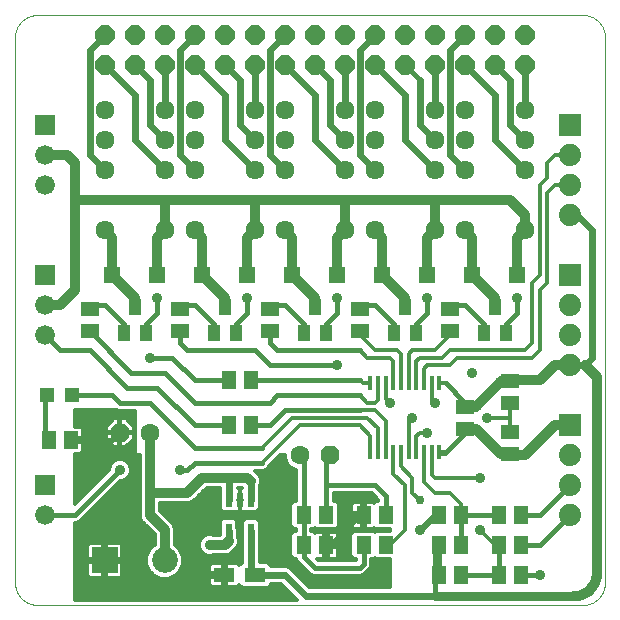
<source format=gtl>
G75*
%MOIN*%
%OFA0B0*%
%FSLAX24Y24*%
%IPPOS*%
%LPD*%
%AMOC8*
5,1,8,0,0,1.08239X$1,22.5*
%
%ADD10C,0.0000*%
%ADD11R,0.0118X0.0472*%
%ADD12R,0.0472X0.0472*%
%ADD13R,0.0512X0.0591*%
%ADD14R,0.0591X0.0512*%
%ADD15R,0.0740X0.0740*%
%ADD16C,0.0740*%
%ADD17R,0.0860X0.0860*%
%ADD18C,0.0860*%
%ADD19OC8,0.0630*%
%ADD20C,0.0630*%
%ADD21R,0.0217X0.0472*%
%ADD22R,0.0709X0.0492*%
%ADD23C,0.0634*%
%ADD24OC8,0.0640*%
%ADD25R,0.0394X0.0551*%
%ADD26R,0.0551X0.0551*%
%ADD27R,0.0660X0.0660*%
%ADD28C,0.0660*%
%ADD29C,0.0300*%
%ADD30C,0.0160*%
%ADD31C,0.0356*%
%ADD32C,0.0320*%
%ADD33C,0.0120*%
%ADD34C,0.0240*%
%ADD35C,0.0300*%
D10*
X000550Y001033D02*
X000550Y019144D01*
X000552Y019198D01*
X000557Y019251D01*
X000566Y019304D01*
X000579Y019356D01*
X000595Y019408D01*
X000615Y019458D01*
X000638Y019506D01*
X000665Y019553D01*
X000694Y019598D01*
X000727Y019641D01*
X000762Y019681D01*
X000800Y019719D01*
X000840Y019754D01*
X000883Y019787D01*
X000928Y019816D01*
X000975Y019843D01*
X001023Y019866D01*
X001073Y019886D01*
X001125Y019902D01*
X001177Y019915D01*
X001230Y019924D01*
X001283Y019929D01*
X001337Y019931D01*
X019448Y019931D01*
X019502Y019929D01*
X019555Y019924D01*
X019608Y019915D01*
X019660Y019902D01*
X019712Y019886D01*
X019762Y019866D01*
X019810Y019843D01*
X019857Y019816D01*
X019902Y019787D01*
X019945Y019754D01*
X019985Y019719D01*
X020023Y019681D01*
X020058Y019641D01*
X020091Y019598D01*
X020120Y019553D01*
X020147Y019506D01*
X020170Y019458D01*
X020190Y019408D01*
X020206Y019356D01*
X020219Y019304D01*
X020228Y019251D01*
X020233Y019198D01*
X020235Y019144D01*
X020235Y001033D01*
X020233Y000979D01*
X020228Y000926D01*
X020219Y000873D01*
X020206Y000821D01*
X020190Y000769D01*
X020170Y000719D01*
X020147Y000671D01*
X020120Y000624D01*
X020091Y000579D01*
X020058Y000536D01*
X020023Y000496D01*
X019985Y000458D01*
X019945Y000423D01*
X019902Y000390D01*
X019857Y000361D01*
X019810Y000334D01*
X019762Y000311D01*
X019712Y000291D01*
X019660Y000275D01*
X019608Y000262D01*
X019555Y000253D01*
X019502Y000248D01*
X019448Y000246D01*
X001337Y000246D01*
X001283Y000248D01*
X001230Y000253D01*
X001177Y000262D01*
X001125Y000275D01*
X001073Y000291D01*
X001023Y000311D01*
X000975Y000334D01*
X000928Y000361D01*
X000883Y000390D01*
X000840Y000423D01*
X000800Y000458D01*
X000762Y000496D01*
X000727Y000536D01*
X000694Y000579D01*
X000665Y000624D01*
X000638Y000671D01*
X000615Y000719D01*
X000595Y000769D01*
X000579Y000821D01*
X000566Y000873D01*
X000557Y000926D01*
X000552Y000979D01*
X000550Y001033D01*
D11*
X012398Y005354D03*
X012654Y005354D03*
X012910Y005354D03*
X013166Y005354D03*
X013422Y005354D03*
X013678Y005354D03*
X013934Y005354D03*
X014190Y005354D03*
X014446Y005354D03*
X014702Y005354D03*
X014702Y007638D03*
X014446Y007638D03*
X014190Y007638D03*
X013934Y007638D03*
X013678Y007638D03*
X013422Y007638D03*
X013166Y007638D03*
X012910Y007638D03*
X012654Y007638D03*
X012398Y007638D03*
D12*
X002463Y007246D03*
X001637Y007246D03*
D13*
X001676Y005746D03*
X002424Y005746D03*
X007676Y006246D03*
X008424Y006246D03*
X008424Y007746D03*
X007676Y007746D03*
X010176Y003246D03*
X010924Y003246D03*
X010924Y002246D03*
X010176Y002246D03*
X012176Y002246D03*
X012924Y002246D03*
X012924Y003246D03*
X012176Y003246D03*
X014676Y003246D03*
X015424Y003246D03*
X015424Y002246D03*
X014676Y002246D03*
X014676Y001246D03*
X015424Y001246D03*
X016676Y001246D03*
X017424Y001246D03*
X017424Y002246D03*
X016676Y002246D03*
X016676Y003246D03*
X017424Y003246D03*
D14*
X017050Y005272D03*
X017050Y006020D03*
X017050Y006972D03*
X017050Y007720D03*
X015550Y006870D03*
X015550Y006122D03*
X015050Y009372D03*
X015050Y010120D03*
X012050Y010120D03*
X012050Y009372D03*
X009050Y009372D03*
X009050Y010120D03*
X006050Y010120D03*
X006050Y009372D03*
X003050Y009372D03*
X003050Y010120D03*
D15*
X019050Y011246D03*
X019050Y016246D03*
X019050Y006246D03*
D16*
X019050Y005246D03*
X019050Y004246D03*
X019050Y003246D03*
X019050Y008246D03*
X019050Y009246D03*
X019050Y010246D03*
X019050Y013246D03*
X019050Y014246D03*
X019050Y015246D03*
D17*
X003550Y001746D03*
D18*
X005550Y001746D03*
D19*
X004050Y005996D03*
X011050Y005246D03*
D20*
X010050Y005246D03*
X005050Y005996D03*
D21*
X007676Y003758D03*
X008050Y003758D03*
X008424Y003758D03*
X008424Y002734D03*
X007676Y002734D03*
D22*
X007538Y001246D03*
X008562Y001246D03*
D23*
X008550Y012746D03*
X009550Y012746D03*
X009550Y014746D03*
X009550Y015746D03*
X008550Y015746D03*
X008550Y014746D03*
X008550Y016746D03*
X009550Y016746D03*
X011550Y016746D03*
X012550Y016746D03*
X012550Y015746D03*
X012550Y014746D03*
X011550Y014746D03*
X011550Y015746D03*
X014550Y015746D03*
X014550Y014746D03*
X015550Y014746D03*
X015550Y015746D03*
X015550Y016746D03*
X014550Y016746D03*
X017550Y016746D03*
X017550Y015746D03*
X017550Y014746D03*
X017550Y012746D03*
X015550Y012746D03*
X014550Y012746D03*
X012550Y012746D03*
X011550Y012746D03*
X006550Y012746D03*
X005550Y012746D03*
X003550Y012746D03*
X003550Y014746D03*
X003550Y015746D03*
X003550Y016746D03*
X005550Y016746D03*
X006550Y016746D03*
X006550Y015746D03*
X006550Y014746D03*
X005550Y014746D03*
X005550Y015746D03*
D24*
X005550Y018246D03*
X005550Y019246D03*
X004550Y019246D03*
X003550Y019246D03*
X003550Y018246D03*
X004550Y018246D03*
X006550Y018246D03*
X006550Y019246D03*
X007550Y019246D03*
X008550Y019246D03*
X009550Y019246D03*
X010550Y019246D03*
X011550Y019246D03*
X012550Y019246D03*
X013550Y019246D03*
X014550Y019246D03*
X015550Y019246D03*
X016550Y019246D03*
X017550Y019246D03*
X017550Y018246D03*
X016550Y018246D03*
X015550Y018246D03*
X014550Y018246D03*
X013550Y018246D03*
X012550Y018246D03*
X011550Y018246D03*
X010550Y018246D03*
X009550Y018246D03*
X008550Y018246D03*
X007550Y018246D03*
D25*
X007550Y010179D03*
X007176Y009313D03*
X007924Y009313D03*
X010176Y009313D03*
X010924Y009313D03*
X010550Y010179D03*
X013176Y009313D03*
X013924Y009313D03*
X013550Y010179D03*
X016176Y009313D03*
X016924Y009313D03*
X016550Y010179D03*
X004924Y009313D03*
X004176Y009313D03*
X004550Y010179D03*
D26*
X003802Y011246D03*
X005298Y011246D03*
X006802Y011246D03*
X008298Y011246D03*
X009802Y011246D03*
X011298Y011246D03*
X012802Y011246D03*
X014298Y011246D03*
X015802Y011246D03*
X017298Y011246D03*
D27*
X001550Y011246D03*
X001550Y016246D03*
X001550Y004246D03*
D28*
X001550Y003246D03*
X001550Y009246D03*
X001550Y010246D03*
X001550Y014246D03*
X001550Y015246D03*
D29*
X014050Y003746D03*
X015800Y007996D03*
D30*
X014908Y007638D02*
X015550Y006996D01*
X015550Y006870D01*
X015550Y006122D02*
X015550Y005996D01*
X014908Y005354D01*
X014890Y005336D02*
X014750Y005336D01*
X012924Y003872D02*
X012550Y004246D01*
X010924Y004246D01*
X010924Y005120D01*
X011050Y005246D01*
X010176Y005120D02*
X010050Y005246D01*
X010176Y005120D02*
X010176Y003246D01*
X010176Y002246D01*
X010176Y001870D01*
X010550Y001496D01*
X012050Y001496D01*
X012176Y001622D01*
X012176Y002246D01*
X011550Y002746D02*
X011050Y002246D01*
X011550Y002746D02*
X012050Y003246D01*
X012924Y003246D02*
X012924Y003872D01*
X014550Y002120D02*
X014550Y000546D01*
X014676Y001246D02*
X014676Y002246D01*
X014550Y002120D01*
X015424Y002246D02*
X015424Y003246D01*
X016676Y003246D01*
X017424Y003246D02*
X018050Y003246D01*
X019050Y004246D01*
X019050Y003246D02*
X018050Y002246D01*
X017424Y002246D01*
X016676Y002246D02*
X016676Y001246D01*
X015424Y001246D01*
X017424Y001246D02*
X018050Y001246D01*
X017076Y005246D02*
X017050Y005272D01*
X017050Y007720D02*
X016774Y007720D01*
X017050Y007720D02*
X017076Y007746D01*
X016924Y009313D02*
X016924Y009620D01*
X017300Y009996D01*
X017300Y010496D01*
X016176Y009620D02*
X016176Y009313D01*
X016176Y009620D02*
X015550Y010246D01*
X015176Y010246D01*
X015050Y010120D01*
X014300Y009996D02*
X014300Y010496D01*
X014300Y009996D02*
X013924Y009620D01*
X013924Y009313D01*
X013176Y009313D02*
X013176Y009620D01*
X012550Y010246D01*
X012176Y010246D01*
X012050Y010120D01*
X011300Y009996D02*
X011300Y010496D01*
X011300Y009996D02*
X010924Y009620D01*
X010924Y009313D01*
X010176Y009313D02*
X010176Y009620D01*
X009550Y010246D01*
X009176Y010246D01*
X009050Y010120D01*
X009050Y009372D02*
X009050Y008996D01*
X009300Y008746D01*
X012050Y008746D01*
X011300Y008246D02*
X009050Y008246D01*
X008550Y008746D01*
X006300Y008746D01*
X006050Y008996D01*
X006050Y009372D01*
X006050Y010120D02*
X006176Y010246D01*
X006550Y010246D01*
X007176Y009620D01*
X007176Y009313D01*
X007924Y009313D02*
X007924Y009620D01*
X008300Y009996D01*
X008300Y010496D01*
X005800Y008496D02*
X005050Y008496D01*
X005550Y007996D02*
X004426Y007996D01*
X003050Y009372D01*
X003050Y008746D02*
X002050Y008746D01*
X001550Y009246D01*
X003050Y008746D02*
X004300Y007496D01*
X005300Y007496D01*
X006550Y006246D01*
X007676Y006246D01*
X008424Y006246D02*
X009050Y006246D01*
X009550Y006746D01*
X012050Y006746D01*
X012050Y007246D02*
X009300Y007246D01*
X009050Y006996D01*
X006550Y006996D01*
X005550Y007996D01*
X005800Y008496D02*
X006550Y007746D01*
X007676Y007746D01*
X008424Y007746D02*
X012050Y007746D01*
X008800Y005496D02*
X006550Y005496D01*
X005050Y006996D01*
X004050Y006996D01*
X003800Y007246D01*
X002463Y007246D01*
X001637Y007246D02*
X001550Y007246D01*
X001550Y005872D01*
X001676Y005746D01*
X002424Y005746D02*
X003800Y005746D01*
X004050Y005996D01*
X004050Y004746D02*
X002550Y003246D01*
X001550Y003246D01*
X006050Y004746D02*
X006300Y004746D01*
X006550Y004996D01*
X008800Y004996D01*
X010924Y004246D02*
X010924Y003246D01*
X004924Y009313D02*
X004924Y009620D01*
X005300Y009996D01*
X005300Y010496D01*
X004176Y009620D02*
X003550Y010246D01*
X003176Y010246D01*
X003050Y010120D01*
X004176Y009620D02*
X004176Y009313D01*
X013550Y018246D02*
X014050Y017746D01*
D31*
X014300Y010496D03*
X015800Y007996D03*
X014550Y006996D03*
X013800Y006496D03*
X014300Y005996D03*
X013050Y006996D03*
X011300Y008246D03*
X011300Y010496D03*
X008300Y010496D03*
X005300Y010496D03*
X005050Y008496D03*
X004050Y004746D03*
X004050Y003746D03*
X006050Y004746D03*
X006550Y003246D03*
X007050Y002246D03*
X006550Y000746D03*
X004550Y000746D03*
X009050Y003246D03*
X009550Y004246D03*
X011550Y002746D03*
X012550Y001246D03*
X014050Y002746D03*
X016050Y002746D03*
X016050Y004496D03*
X016300Y006496D03*
X017300Y010496D03*
X009550Y001746D03*
X018050Y001246D03*
D32*
X019200Y000546D02*
X019254Y000548D01*
X019307Y000554D01*
X019359Y000563D01*
X019411Y000576D01*
X019462Y000593D01*
X019512Y000614D01*
X019559Y000638D01*
X019605Y000665D01*
X019649Y000696D01*
X019691Y000729D01*
X019730Y000766D01*
X019767Y000805D01*
X019800Y000847D01*
X019831Y000891D01*
X019858Y000937D01*
X019882Y000984D01*
X019903Y001034D01*
X019920Y001085D01*
X019933Y001137D01*
X019942Y001189D01*
X019948Y001242D01*
X019950Y001296D01*
X019950Y007846D01*
X019550Y008246D01*
X019050Y008246D02*
X018550Y008246D01*
X018050Y007746D01*
X017076Y007746D01*
X016774Y007720D02*
X015924Y006870D01*
X015550Y006870D01*
X015550Y006122D02*
X015924Y006122D01*
X016774Y005272D01*
X017050Y005272D01*
X017076Y005246D02*
X017550Y005246D01*
X018550Y006246D01*
X019050Y006246D01*
X016550Y010179D02*
X016550Y010498D01*
X015802Y011246D01*
X015802Y012494D01*
X015550Y012746D01*
X014550Y012746D02*
X014550Y013746D01*
X017050Y013746D01*
X017550Y013246D01*
X017550Y012746D01*
X017298Y012494D01*
X017298Y011246D01*
X014550Y012746D02*
X014298Y012494D01*
X014298Y011246D01*
X013550Y010498D02*
X012802Y011246D01*
X012802Y012494D01*
X012550Y012746D01*
X011550Y012746D02*
X011550Y013746D01*
X014550Y013746D01*
X011550Y013746D02*
X008550Y013746D01*
X005550Y013746D01*
X005550Y012746D01*
X005298Y012494D01*
X005298Y011246D01*
X004550Y010498D02*
X003802Y011246D01*
X003802Y012494D01*
X003550Y012746D01*
X002550Y013746D02*
X002550Y014996D01*
X002300Y015246D01*
X001550Y015246D01*
X002550Y013746D02*
X002550Y010746D01*
X002050Y010246D01*
X001550Y010246D01*
X004550Y010179D02*
X004550Y010498D01*
X006802Y011246D02*
X007550Y010498D01*
X007550Y010179D01*
X006802Y011246D02*
X006802Y012494D01*
X006550Y012746D01*
X005550Y013746D02*
X002550Y013746D01*
X008298Y012494D02*
X008298Y011246D01*
X008298Y012494D02*
X008550Y012746D01*
X008550Y013746D01*
X009550Y012746D02*
X009802Y012494D01*
X009802Y011246D01*
X010550Y010498D01*
X010550Y010179D01*
X011298Y011246D02*
X011298Y012494D01*
X011550Y012746D01*
X013550Y010498D02*
X013550Y010179D01*
X008300Y004496D02*
X007550Y004496D01*
X006800Y004496D01*
X006300Y003996D01*
X005050Y003996D01*
X005050Y005996D01*
X005050Y003996D02*
X005050Y003246D01*
X005550Y002746D01*
X005550Y001746D01*
X007050Y002246D02*
X007550Y002246D01*
X007676Y002372D01*
X008424Y004372D02*
X008300Y004496D01*
D33*
X008541Y004736D02*
X008852Y004736D01*
X008947Y004776D01*
X009020Y004849D01*
X009040Y004897D01*
X009389Y005246D01*
X009555Y005246D01*
X009555Y005148D01*
X009630Y004966D01*
X009770Y004826D01*
X009916Y004766D01*
X009916Y003721D01*
X009846Y003721D01*
X009740Y003616D01*
X009740Y002876D01*
X009846Y002771D01*
X009916Y002771D01*
X009916Y002721D01*
X009846Y002721D01*
X009740Y002616D01*
X009740Y001876D01*
X009846Y001771D01*
X009936Y001771D01*
X009956Y001723D01*
X010029Y001650D01*
X010403Y001276D01*
X010498Y001236D01*
X012102Y001236D01*
X012197Y001276D01*
X012270Y001349D01*
X012396Y001475D01*
X012436Y001570D01*
X012436Y001771D01*
X012506Y001771D01*
X012550Y001814D01*
X012594Y001771D01*
X013050Y001771D01*
X013050Y000846D01*
X010374Y000846D01*
X009720Y001500D01*
X009610Y001546D01*
X009096Y001546D01*
X009096Y001567D01*
X008991Y001672D01*
X008724Y001672D01*
X008724Y002794D01*
X008712Y002822D01*
X008712Y003045D01*
X008607Y003150D01*
X008241Y003150D01*
X008136Y003045D01*
X008136Y002822D01*
X008124Y002794D01*
X008124Y001663D01*
X008032Y001571D01*
X008021Y001590D01*
X007991Y001620D01*
X007954Y001641D01*
X007914Y001652D01*
X007598Y001652D01*
X007598Y001306D01*
X007478Y001306D01*
X007478Y001186D01*
X007024Y001186D01*
X007024Y000979D01*
X007035Y000938D01*
X007056Y000902D01*
X007086Y000872D01*
X007122Y000851D01*
X007163Y000840D01*
X007478Y000840D01*
X007478Y001186D01*
X007598Y001186D01*
X007598Y000840D01*
X007914Y000840D01*
X007954Y000851D01*
X007991Y000872D01*
X008021Y000902D01*
X008032Y000921D01*
X008133Y000820D01*
X008991Y000820D01*
X009096Y000925D01*
X009096Y000946D01*
X009426Y000946D01*
X009966Y000406D01*
X002550Y000406D01*
X002550Y002986D01*
X002602Y002986D01*
X002697Y003026D01*
X002770Y003099D01*
X004060Y004388D01*
X004121Y004388D01*
X004253Y004442D01*
X004354Y004543D01*
X004408Y004675D01*
X004408Y004817D01*
X004354Y004949D01*
X004253Y005050D01*
X004121Y005104D01*
X003979Y005104D01*
X003847Y005050D01*
X003746Y004949D01*
X003692Y004817D01*
X003692Y004756D01*
X002550Y003614D01*
X002550Y005291D01*
X002701Y005291D01*
X002742Y005302D01*
X002778Y005323D01*
X002808Y005352D01*
X002829Y005389D01*
X002840Y005430D01*
X002840Y005686D01*
X002550Y005686D01*
X002550Y005806D01*
X002840Y005806D01*
X002840Y006062D01*
X002829Y006103D01*
X002808Y006140D01*
X002778Y006169D01*
X002742Y006190D01*
X002701Y006201D01*
X002550Y006201D01*
X002550Y006746D01*
X003974Y006746D01*
X003998Y006736D01*
X004550Y006736D01*
X004550Y005246D01*
X004710Y005246D01*
X004710Y003178D01*
X004762Y003053D01*
X004857Y002958D01*
X004857Y002958D01*
X005210Y002605D01*
X005210Y002265D01*
X005204Y002263D01*
X005033Y002092D01*
X004940Y001867D01*
X004940Y001625D01*
X005033Y001400D01*
X005204Y001229D01*
X005429Y001136D01*
X005671Y001136D01*
X005896Y001229D01*
X006067Y001400D01*
X006160Y001625D01*
X006160Y001867D01*
X006067Y002092D01*
X005896Y002263D01*
X005890Y002265D01*
X005890Y002814D01*
X005838Y002939D01*
X005743Y003034D01*
X005743Y003034D01*
X005390Y003387D01*
X005390Y003656D01*
X006368Y003656D01*
X006493Y003708D01*
X006588Y003803D01*
X006941Y004156D01*
X007376Y004156D01*
X007376Y003698D01*
X007388Y003670D01*
X007388Y003447D01*
X007493Y003342D01*
X007859Y003342D01*
X007888Y003370D01*
X007921Y003362D01*
X008050Y003362D01*
X008179Y003362D01*
X008212Y003370D01*
X008241Y003342D01*
X008607Y003342D01*
X008712Y003447D01*
X008712Y003670D01*
X008724Y003698D01*
X008724Y004208D01*
X008764Y004304D01*
X008764Y004440D01*
X008712Y004565D01*
X008588Y004689D01*
X008541Y004736D01*
X008646Y004631D02*
X009916Y004631D01*
X009916Y004749D02*
X008883Y004749D01*
X009028Y004868D02*
X009728Y004868D01*
X009622Y004986D02*
X009129Y004986D01*
X009248Y005105D02*
X009573Y005105D01*
X009555Y005223D02*
X009366Y005223D01*
X008800Y004996D02*
X010050Y006246D01*
X012050Y006246D01*
X012398Y005898D01*
X012398Y005354D01*
X012654Y005354D02*
X012654Y006142D01*
X012300Y006496D01*
X009800Y006496D01*
X008800Y005496D01*
X008734Y004512D02*
X009916Y004512D01*
X009916Y004394D02*
X008764Y004394D01*
X008752Y004275D02*
X009916Y004275D01*
X009916Y004157D02*
X008724Y004157D01*
X008724Y004038D02*
X009916Y004038D01*
X009916Y003920D02*
X008724Y003920D01*
X008724Y003801D02*
X009916Y003801D01*
X009807Y003683D02*
X008718Y003683D01*
X008712Y003564D02*
X009740Y003564D01*
X009740Y003446D02*
X008711Y003446D01*
X008667Y003090D02*
X009740Y003090D01*
X009740Y002972D02*
X008712Y002972D01*
X008712Y002853D02*
X009763Y002853D01*
X009916Y002735D02*
X008724Y002735D01*
X008724Y002616D02*
X009740Y002616D01*
X009740Y002498D02*
X008724Y002498D01*
X008724Y002379D02*
X009740Y002379D01*
X009740Y002261D02*
X008724Y002261D01*
X008724Y002142D02*
X009740Y002142D01*
X009740Y002024D02*
X008724Y002024D01*
X008724Y001905D02*
X009740Y001905D01*
X009830Y001786D02*
X008724Y001786D01*
X008995Y001668D02*
X010010Y001668D01*
X010129Y001549D02*
X009096Y001549D01*
X009789Y001431D02*
X010247Y001431D01*
X010366Y001312D02*
X009908Y001312D01*
X010026Y001194D02*
X013050Y001194D01*
X013050Y001312D02*
X012234Y001312D01*
X012353Y001431D02*
X013050Y001431D01*
X013050Y001549D02*
X012427Y001549D01*
X012436Y001668D02*
X013050Y001668D01*
X012578Y001786D02*
X012522Y001786D01*
X012924Y002246D02*
X013050Y002246D01*
X013550Y002746D01*
X013550Y004246D01*
X013166Y004630D01*
X013166Y005354D01*
X013422Y005354D02*
X013422Y004874D01*
X013800Y004496D01*
X013800Y003996D01*
X014050Y003746D01*
X014550Y003996D02*
X014190Y004356D01*
X014190Y005354D01*
X014446Y005354D02*
X014446Y004600D01*
X014550Y004496D01*
X016050Y004496D01*
X015424Y003622D02*
X015424Y003246D01*
X015424Y003622D02*
X015050Y003996D01*
X014550Y003996D01*
X014702Y005354D02*
X014908Y005354D01*
X014890Y005336D01*
X014300Y005996D02*
X014050Y005996D01*
X013934Y005880D01*
X013934Y005354D01*
X013678Y005354D02*
X013678Y006496D01*
X013800Y006496D01*
X014446Y007100D02*
X014550Y006996D01*
X014446Y007100D02*
X014446Y007638D01*
X014702Y007638D02*
X014908Y007638D01*
X015050Y008246D02*
X014300Y008246D01*
X014190Y008136D01*
X014190Y007638D01*
X013934Y007638D02*
X013934Y008380D01*
X014050Y008496D01*
X014800Y008496D01*
X015050Y008746D01*
X017550Y008746D01*
X017800Y008996D01*
X017800Y010996D01*
X018050Y011246D01*
X018050Y014246D01*
X018300Y014496D01*
X018300Y014996D01*
X018550Y015246D01*
X019050Y015246D01*
X019050Y014246D02*
X018550Y014246D01*
X018300Y013996D01*
X018300Y010996D01*
X018050Y010746D01*
X018050Y008746D01*
X017800Y008496D01*
X015300Y008496D01*
X015050Y008246D01*
X014550Y008746D02*
X015050Y009246D01*
X015050Y009372D01*
X014550Y008746D02*
X013800Y008746D01*
X013678Y008624D01*
X013678Y007638D01*
X013422Y007638D02*
X013422Y008624D01*
X013300Y008746D01*
X012550Y008746D01*
X012050Y009246D01*
X012050Y009372D01*
X012050Y008746D02*
X012300Y008496D01*
X013050Y008496D01*
X013166Y008380D01*
X013166Y007638D01*
X012910Y007638D02*
X012910Y007136D01*
X013050Y006996D01*
X012654Y007100D02*
X012550Y006996D01*
X012300Y006996D01*
X012050Y007246D01*
X012158Y007638D02*
X012050Y007746D01*
X012158Y007638D02*
X012398Y007638D01*
X012654Y007638D02*
X012654Y007100D01*
X012550Y006746D02*
X012050Y006746D01*
X012550Y006746D02*
X012910Y006386D01*
X012910Y005354D01*
X012442Y003986D02*
X012664Y003764D01*
X012664Y003721D01*
X012594Y003721D01*
X012536Y003664D01*
X012530Y003669D01*
X012494Y003690D01*
X012453Y003701D01*
X012236Y003701D01*
X012236Y003306D01*
X012116Y003306D01*
X012116Y003701D01*
X011899Y003701D01*
X011858Y003690D01*
X011822Y003669D01*
X011792Y003640D01*
X011771Y003603D01*
X011760Y003562D01*
X011760Y003306D01*
X012116Y003306D01*
X012116Y003186D01*
X012236Y003186D01*
X012236Y002791D01*
X012453Y002791D01*
X012494Y002802D01*
X012530Y002823D01*
X012536Y002828D01*
X012594Y002771D01*
X013050Y002771D01*
X013050Y002721D01*
X012594Y002721D01*
X012550Y002678D01*
X012506Y002721D01*
X011846Y002721D01*
X011740Y002616D01*
X011740Y001876D01*
X011846Y001771D01*
X011916Y001771D01*
X011916Y001756D01*
X010658Y001756D01*
X010614Y001800D01*
X010647Y001791D01*
X010864Y001791D01*
X010864Y002186D01*
X010984Y002186D01*
X010984Y001791D01*
X011201Y001791D01*
X011242Y001802D01*
X011278Y001823D01*
X011308Y001852D01*
X011329Y001889D01*
X011340Y001930D01*
X011340Y002186D01*
X010984Y002186D01*
X010984Y002306D01*
X010864Y002306D01*
X010864Y002701D01*
X010647Y002701D01*
X010606Y002690D01*
X010570Y002669D01*
X010564Y002664D01*
X010506Y002721D01*
X010436Y002721D01*
X010436Y002771D01*
X010506Y002771D01*
X010550Y002814D01*
X010594Y002771D01*
X011254Y002771D01*
X011360Y002876D01*
X011360Y003616D01*
X011254Y003721D01*
X011184Y003721D01*
X011184Y003986D01*
X012442Y003986D01*
X012509Y003920D02*
X011184Y003920D01*
X011184Y003801D02*
X012627Y003801D01*
X012555Y003683D02*
X012507Y003683D01*
X012236Y003683D02*
X012116Y003683D01*
X012116Y003564D02*
X012236Y003564D01*
X012236Y003446D02*
X012116Y003446D01*
X012116Y003327D02*
X012236Y003327D01*
X012176Y003246D02*
X012050Y003246D01*
X012116Y003209D02*
X011360Y003209D01*
X011360Y003327D02*
X011760Y003327D01*
X011760Y003446D02*
X011360Y003446D01*
X011360Y003564D02*
X011761Y003564D01*
X011845Y003683D02*
X011293Y003683D01*
X011760Y003186D02*
X011760Y002930D01*
X011771Y002889D01*
X011792Y002852D01*
X011822Y002823D01*
X011858Y002802D01*
X011899Y002791D01*
X012116Y002791D01*
X012116Y003186D01*
X011760Y003186D01*
X011760Y003090D02*
X011360Y003090D01*
X011360Y002972D02*
X011760Y002972D01*
X011792Y002853D02*
X011337Y002853D01*
X011242Y002690D02*
X011201Y002701D01*
X010984Y002701D01*
X010984Y002306D01*
X011340Y002306D01*
X011340Y002562D01*
X011329Y002603D01*
X011308Y002640D01*
X011278Y002669D01*
X011242Y002690D01*
X011322Y002616D02*
X011740Y002616D01*
X011740Y002498D02*
X011340Y002498D01*
X011340Y002379D02*
X011740Y002379D01*
X011740Y002261D02*
X010984Y002261D01*
X010924Y002246D02*
X011050Y002246D01*
X010984Y002142D02*
X010864Y002142D01*
X010864Y002024D02*
X010984Y002024D01*
X010984Y001905D02*
X010864Y001905D01*
X010627Y001786D02*
X011830Y001786D01*
X011740Y001905D02*
X011333Y001905D01*
X011340Y002024D02*
X011740Y002024D01*
X011740Y002142D02*
X011340Y002142D01*
X010984Y002379D02*
X010864Y002379D01*
X010864Y002498D02*
X010984Y002498D01*
X010984Y002616D02*
X010864Y002616D01*
X010436Y002735D02*
X013050Y002735D01*
X012236Y002853D02*
X012116Y002853D01*
X012116Y002972D02*
X012236Y002972D01*
X012236Y003090D02*
X012116Y003090D01*
X013050Y001075D02*
X010145Y001075D01*
X010263Y000957D02*
X013050Y000957D01*
X009889Y000483D02*
X002550Y000483D01*
X002550Y000601D02*
X009770Y000601D01*
X009652Y000720D02*
X002550Y000720D01*
X002550Y000838D02*
X008114Y000838D01*
X007598Y000957D02*
X007478Y000957D01*
X007478Y001075D02*
X007598Y001075D01*
X007478Y001194D02*
X005811Y001194D01*
X005979Y001312D02*
X007024Y001312D01*
X007024Y001306D02*
X007478Y001306D01*
X007478Y001652D01*
X007163Y001652D01*
X007122Y001641D01*
X007086Y001620D01*
X007056Y001590D01*
X007035Y001554D01*
X007024Y001513D01*
X007024Y001306D01*
X007024Y001431D02*
X006080Y001431D01*
X006129Y001549D02*
X007034Y001549D01*
X006979Y001888D02*
X006847Y001942D01*
X006746Y002043D01*
X006692Y002175D01*
X006692Y002317D01*
X006746Y002449D01*
X006847Y002550D01*
X006979Y002604D01*
X007121Y002604D01*
X007165Y002586D01*
X007376Y002586D01*
X007376Y002794D01*
X007388Y002822D01*
X007388Y003045D01*
X007493Y003150D01*
X007859Y003150D01*
X007964Y003045D01*
X007964Y002822D01*
X007976Y002794D01*
X007976Y002536D01*
X008016Y002440D01*
X008016Y002304D01*
X007964Y002179D01*
X007838Y002053D01*
X007838Y002053D01*
X007743Y001958D01*
X007618Y001906D01*
X007165Y001906D01*
X007121Y001888D01*
X006979Y001888D01*
X006937Y001905D02*
X006144Y001905D01*
X006160Y001786D02*
X008124Y001786D01*
X008124Y001668D02*
X006160Y001668D01*
X006095Y002024D02*
X006766Y002024D01*
X006705Y002142D02*
X006017Y002142D01*
X005898Y002261D02*
X006692Y002261D01*
X006717Y002379D02*
X005890Y002379D01*
X005890Y002498D02*
X006795Y002498D01*
X007376Y002616D02*
X005890Y002616D01*
X005890Y002735D02*
X007376Y002735D01*
X007388Y002853D02*
X005874Y002853D01*
X005805Y002972D02*
X007388Y002972D01*
X007433Y003090D02*
X005687Y003090D01*
X005568Y003209D02*
X009740Y003209D01*
X009740Y003327D02*
X005450Y003327D01*
X005390Y003446D02*
X007389Y003446D01*
X007388Y003564D02*
X005390Y003564D01*
X004710Y003564D02*
X003236Y003564D01*
X003354Y003683D02*
X004710Y003683D01*
X004710Y003801D02*
X003473Y003801D01*
X003591Y003920D02*
X004710Y003920D01*
X004710Y004038D02*
X003710Y004038D01*
X003828Y004157D02*
X004710Y004157D01*
X004710Y004275D02*
X003947Y004275D01*
X004135Y004394D02*
X004710Y004394D01*
X004710Y004512D02*
X004322Y004512D01*
X004390Y004631D02*
X004710Y004631D01*
X004710Y004749D02*
X004408Y004749D01*
X004387Y004868D02*
X004710Y004868D01*
X004710Y004986D02*
X004316Y004986D01*
X004550Y005342D02*
X002797Y005342D01*
X002840Y005460D02*
X004550Y005460D01*
X004550Y005579D02*
X004304Y005579D01*
X004247Y005521D02*
X004525Y005799D01*
X004525Y005976D01*
X004070Y005976D01*
X004070Y006016D01*
X004030Y006016D01*
X004030Y006471D01*
X003853Y006471D01*
X003575Y006193D01*
X003575Y006016D01*
X004030Y006016D01*
X004030Y005976D01*
X003575Y005976D01*
X003575Y005799D01*
X003853Y005521D01*
X004030Y005521D01*
X004030Y005976D01*
X004070Y005976D01*
X004070Y005521D01*
X004247Y005521D01*
X004070Y005579D02*
X004030Y005579D01*
X004030Y005697D02*
X004070Y005697D01*
X004070Y005816D02*
X004030Y005816D01*
X004030Y005934D02*
X004070Y005934D01*
X004070Y006016D02*
X004525Y006016D01*
X004525Y006193D01*
X004247Y006471D01*
X004070Y006471D01*
X004070Y006016D01*
X004070Y006053D02*
X004030Y006053D01*
X004030Y006171D02*
X004070Y006171D01*
X004070Y006290D02*
X004030Y006290D01*
X004030Y006408D02*
X004070Y006408D01*
X004310Y006408D02*
X004550Y006408D01*
X004550Y006290D02*
X004428Y006290D01*
X004525Y006171D02*
X004550Y006171D01*
X004550Y006053D02*
X004525Y006053D01*
X004525Y005934D02*
X004550Y005934D01*
X004550Y005816D02*
X004525Y005816D01*
X004550Y005697D02*
X004423Y005697D01*
X004710Y005223D02*
X002550Y005223D01*
X002550Y005105D02*
X004710Y005105D01*
X003784Y004986D02*
X002550Y004986D01*
X002550Y004868D02*
X003713Y004868D01*
X003685Y004749D02*
X002550Y004749D01*
X002550Y004631D02*
X003567Y004631D01*
X003448Y004512D02*
X002550Y004512D01*
X002550Y004394D02*
X003330Y004394D01*
X003211Y004275D02*
X002550Y004275D01*
X002550Y004157D02*
X003093Y004157D01*
X002974Y004038D02*
X002550Y004038D01*
X002550Y003920D02*
X002856Y003920D01*
X002737Y003801D02*
X002550Y003801D01*
X002550Y003683D02*
X002619Y003683D01*
X002999Y003327D02*
X004710Y003327D01*
X004710Y003209D02*
X002880Y003209D01*
X002762Y003090D02*
X004747Y003090D01*
X004844Y002972D02*
X002550Y002972D01*
X002550Y002853D02*
X004962Y002853D01*
X005081Y002735D02*
X002550Y002735D01*
X002550Y002616D02*
X005199Y002616D01*
X005210Y002498D02*
X002550Y002498D01*
X002550Y002379D02*
X005210Y002379D01*
X005202Y002261D02*
X004116Y002261D01*
X004108Y002274D02*
X004078Y002304D01*
X004042Y002325D01*
X004001Y002336D01*
X003598Y002336D01*
X003598Y001794D01*
X003502Y001794D01*
X003502Y002336D01*
X003099Y002336D01*
X003058Y002325D01*
X003022Y002304D01*
X002992Y002274D01*
X002971Y002238D01*
X002960Y002197D01*
X002960Y001794D01*
X003502Y001794D01*
X003502Y001698D01*
X003598Y001698D01*
X003598Y001156D01*
X004001Y001156D01*
X004042Y001167D01*
X004078Y001188D01*
X004108Y001218D01*
X004129Y001254D01*
X004140Y001295D01*
X004140Y001698D01*
X003598Y001698D01*
X003598Y001794D01*
X004140Y001794D01*
X004140Y002197D01*
X004129Y002238D01*
X004108Y002274D01*
X004140Y002142D02*
X005083Y002142D01*
X005005Y002024D02*
X004140Y002024D01*
X004140Y001905D02*
X004956Y001905D01*
X004940Y001786D02*
X003598Y001786D01*
X003502Y001786D02*
X002550Y001786D01*
X002550Y001668D02*
X002960Y001668D01*
X002960Y001698D02*
X002960Y001295D01*
X002971Y001254D01*
X002992Y001218D01*
X003022Y001188D01*
X003058Y001167D01*
X003099Y001156D01*
X003502Y001156D01*
X003502Y001698D01*
X002960Y001698D01*
X002960Y001549D02*
X002550Y001549D01*
X002550Y001431D02*
X002960Y001431D01*
X002960Y001312D02*
X002550Y001312D01*
X002550Y001194D02*
X003016Y001194D01*
X002550Y001075D02*
X007024Y001075D01*
X007030Y000957D02*
X002550Y000957D01*
X003502Y001194D02*
X003598Y001194D01*
X003598Y001312D02*
X003502Y001312D01*
X003502Y001431D02*
X003598Y001431D01*
X003598Y001549D02*
X003502Y001549D01*
X003502Y001668D02*
X003598Y001668D01*
X003598Y001905D02*
X003502Y001905D01*
X003502Y002024D02*
X003598Y002024D01*
X003598Y002142D02*
X003502Y002142D01*
X003502Y002261D02*
X003598Y002261D01*
X004140Y001668D02*
X004940Y001668D01*
X004971Y001549D02*
X004140Y001549D01*
X004140Y001431D02*
X005020Y001431D01*
X005121Y001312D02*
X004140Y001312D01*
X004084Y001194D02*
X005289Y001194D01*
X007163Y001905D02*
X008124Y001905D01*
X008124Y002024D02*
X007808Y002024D01*
X007927Y002142D02*
X008124Y002142D01*
X008124Y002261D02*
X007998Y002261D01*
X008016Y002379D02*
X008124Y002379D01*
X008124Y002498D02*
X007992Y002498D01*
X007976Y002616D02*
X008124Y002616D01*
X008124Y002735D02*
X007976Y002735D01*
X007964Y002853D02*
X008136Y002853D01*
X008136Y002972D02*
X007964Y002972D01*
X007919Y003090D02*
X008181Y003090D01*
X008050Y003362D02*
X008050Y003758D01*
X008050Y004154D01*
X008050Y003758D01*
X008050Y003758D01*
X007976Y003758D01*
X007976Y003758D01*
X008050Y003758D01*
X008050Y003758D01*
X008124Y003758D01*
X008124Y003758D01*
X008050Y003758D01*
X008050Y003758D01*
X008050Y003758D01*
X008050Y003362D01*
X008050Y003446D02*
X008050Y003446D01*
X008050Y003564D02*
X008050Y003564D01*
X008050Y003683D02*
X008050Y003683D01*
X008050Y003801D02*
X008050Y003801D01*
X008050Y003920D02*
X008050Y003920D01*
X008050Y004038D02*
X008050Y004038D01*
X008050Y004154D02*
X008124Y004154D01*
X008124Y004156D01*
X007976Y004156D01*
X007976Y004154D01*
X008050Y004154D01*
X007376Y004038D02*
X006823Y004038D01*
X006704Y003920D02*
X007376Y003920D01*
X007376Y003801D02*
X006586Y003801D01*
X006432Y003683D02*
X007382Y003683D01*
X007478Y001549D02*
X007598Y001549D01*
X007598Y001431D02*
X007478Y001431D01*
X007478Y001312D02*
X007598Y001312D01*
X009009Y000838D02*
X009533Y000838D01*
X004710Y003446D02*
X003117Y003446D01*
X002984Y002261D02*
X002550Y002261D01*
X002550Y002142D02*
X002960Y002142D01*
X002960Y002024D02*
X002550Y002024D01*
X002550Y001905D02*
X002960Y001905D01*
X002840Y005579D02*
X003796Y005579D01*
X003677Y005697D02*
X002550Y005697D01*
X002840Y005816D02*
X003575Y005816D01*
X003575Y005934D02*
X002840Y005934D01*
X002840Y006053D02*
X003575Y006053D01*
X003575Y006171D02*
X002775Y006171D01*
X002550Y006290D02*
X003672Y006290D01*
X003790Y006408D02*
X002550Y006408D01*
X002550Y006527D02*
X004550Y006527D01*
X004550Y006645D02*
X002550Y006645D01*
X016050Y002746D02*
X016550Y002246D01*
X016676Y002246D01*
X017050Y006020D02*
X017050Y006496D01*
X016300Y006496D01*
X017050Y006496D02*
X017050Y006972D01*
D34*
X019050Y008246D02*
X019550Y008246D01*
X019800Y008496D01*
X019800Y012746D01*
X019300Y013246D01*
X019050Y013246D01*
X017550Y014746D02*
X016550Y015746D01*
X016550Y017246D01*
X015550Y018246D01*
X015050Y018746D02*
X015550Y019246D01*
X015050Y018746D02*
X015050Y015246D01*
X015550Y014746D01*
X014550Y014746D02*
X013550Y015746D01*
X013550Y017246D01*
X012550Y018246D01*
X012050Y018746D02*
X012550Y019246D01*
X012050Y018746D02*
X012050Y015246D01*
X012550Y014746D01*
X011550Y014746D02*
X010550Y015746D01*
X010550Y017246D01*
X009550Y018246D01*
X009050Y018746D02*
X009550Y019246D01*
X009050Y018746D02*
X009050Y015246D01*
X009550Y014746D01*
X008550Y014746D02*
X007550Y015746D01*
X007550Y017246D01*
X006550Y018246D01*
X006050Y018746D02*
X006550Y019246D01*
X006050Y018746D02*
X006050Y015246D01*
X006550Y014746D01*
X005550Y014746D02*
X004550Y015746D01*
X004550Y017246D01*
X003550Y018246D01*
X003050Y018746D02*
X003550Y019246D01*
X003050Y018746D02*
X003050Y015246D01*
X003550Y014746D01*
X005050Y016246D02*
X005050Y017746D01*
X004550Y018246D01*
X005550Y018246D02*
X005550Y016746D01*
X005050Y016246D02*
X005550Y015746D01*
X008050Y016246D02*
X008050Y017746D01*
X007550Y018246D01*
X008550Y018246D02*
X008550Y016746D01*
X008050Y016246D02*
X008550Y015746D01*
X011050Y016246D02*
X011050Y017746D01*
X010550Y018246D01*
X011550Y018246D02*
X011550Y016746D01*
X011050Y016246D02*
X011550Y015746D01*
X014050Y016246D02*
X014050Y017746D01*
X014550Y018246D02*
X014550Y016746D01*
X014050Y016246D02*
X014550Y015746D01*
X017050Y016246D02*
X017050Y017746D01*
X016550Y018246D01*
X017550Y018246D02*
X017550Y016746D01*
X017050Y016246D02*
X017550Y015746D01*
X008424Y004372D02*
X008424Y003758D01*
X007676Y003758D02*
X007676Y004370D01*
X007550Y004496D01*
X007676Y002734D02*
X007676Y002372D01*
X008424Y002734D02*
X008424Y001384D01*
X008562Y001246D01*
X009550Y001246D01*
X010250Y000546D01*
X014550Y000546D01*
X014050Y002746D02*
X014550Y003246D01*
X014676Y003246D01*
D35*
X014550Y000546D02*
X019200Y000546D01*
M02*

</source>
